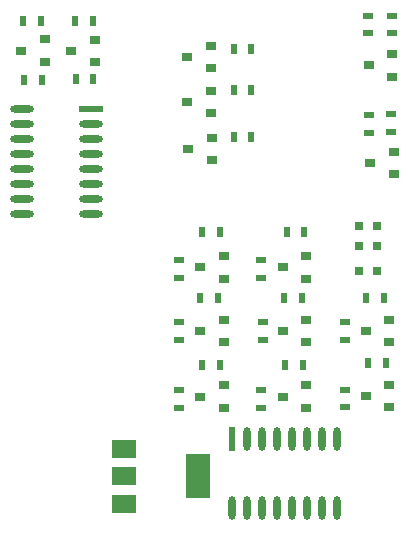
<source format=gbp>
%TF.GenerationSoftware,KiCad,Pcbnew,4.0.7*%
%TF.CreationDate,2017-11-16T17:02:15+08:00*%
%TF.ProjectId,finalRoundNixie,66696E616C526F756E644E697869652E,rev?*%
%TF.FileFunction,Paste,Bot*%
%FSLAX46Y46*%
G04 Gerber Fmt 4.6, Leading zero omitted, Abs format (unit mm)*
G04 Created by KiCad (PCBNEW 4.0.7) date 11/16/17 17:02:15*
%MOMM*%
%LPD*%
G01*
G04 APERTURE LIST*
%ADD10C,0.100000*%
%ADD11R,2.000000X3.800000*%
%ADD12R,2.000000X1.500000*%
%ADD13R,0.800000X0.750000*%
%ADD14R,0.900000X0.500000*%
%ADD15R,0.900000X0.800000*%
%ADD16R,2.000000X0.600000*%
%ADD17O,2.000000X0.600000*%
%ADD18R,0.600000X2.000000*%
%ADD19O,0.600000X2.000000*%
%ADD20R,0.500000X0.900000*%
G04 APERTURE END LIST*
D10*
D11*
X16600000Y-51700000D03*
D12*
X10300000Y-51700000D03*
X10300000Y-49400000D03*
X10300000Y-54000000D03*
D13*
X31750000Y-32200000D03*
X30250000Y-32200000D03*
D14*
X33000000Y-12700000D03*
X33000000Y-14200000D03*
X31000000Y-14200000D03*
X31000000Y-12700000D03*
D15*
X33050000Y-15950000D03*
X33050000Y-17850000D03*
X31050000Y-16900000D03*
D16*
X7500000Y-20580000D03*
D17*
X7500000Y-21850000D03*
X7500000Y-23120000D03*
X7500000Y-24390000D03*
X7500000Y-25660000D03*
X7500000Y-26930000D03*
X7500000Y-28200000D03*
X1650000Y-28200000D03*
X1650000Y-26930000D03*
X1650000Y-25660000D03*
X1650000Y-24390000D03*
X1650000Y-23120000D03*
X1650000Y-21850000D03*
X1650000Y-20580000D03*
X7500000Y-29470000D03*
X1650000Y-29470000D03*
D18*
X19490000Y-48570000D03*
D19*
X20760000Y-48570000D03*
X22030000Y-48570000D03*
X23300000Y-48570000D03*
X24570000Y-48570000D03*
X25840000Y-48570000D03*
X27110000Y-48570000D03*
X27110000Y-54420000D03*
X25840000Y-54420000D03*
X24570000Y-54420000D03*
X23300000Y-54420000D03*
X22030000Y-54420000D03*
X20760000Y-54420000D03*
X19490000Y-54420000D03*
X28380000Y-48570000D03*
X28380000Y-54420000D03*
D14*
X32950000Y-21050000D03*
X32950000Y-22550000D03*
X31050000Y-22600000D03*
X31050000Y-21100000D03*
D20*
X23900000Y-36625000D03*
X25400000Y-36625000D03*
X30800000Y-36625000D03*
X32300000Y-36625000D03*
X23950000Y-42275000D03*
X25450000Y-42275000D03*
X16950000Y-31000000D03*
X18450000Y-31000000D03*
X31000000Y-42125000D03*
X32500000Y-42125000D03*
X16750000Y-36625000D03*
X18250000Y-36625000D03*
X16950000Y-42250000D03*
X18450000Y-42250000D03*
X1800000Y-13150000D03*
X3300000Y-13150000D03*
X24100000Y-31000000D03*
X25600000Y-31000000D03*
X7675000Y-13175000D03*
X6175000Y-13175000D03*
X21100000Y-15500000D03*
X19600000Y-15500000D03*
X21100000Y-18950000D03*
X19600000Y-18950000D03*
X21100000Y-23000000D03*
X19600000Y-23000000D03*
D14*
X29000000Y-38625000D03*
X29000000Y-40125000D03*
X14950000Y-33400000D03*
X14950000Y-34900000D03*
X14950000Y-38625000D03*
X14950000Y-40125000D03*
X14950000Y-44425000D03*
X14950000Y-45925000D03*
X21950000Y-33400000D03*
X21950000Y-34900000D03*
X22100000Y-38625000D03*
X22100000Y-40125000D03*
X21950000Y-44425000D03*
X21950000Y-45925000D03*
X29000000Y-44350000D03*
X29000000Y-45850000D03*
D20*
X3350000Y-18150000D03*
X1850000Y-18150000D03*
X7725000Y-18075000D03*
X6225000Y-18075000D03*
D15*
X33150000Y-24200000D03*
X33150000Y-26100000D03*
X31150000Y-25150000D03*
X17650000Y-15250000D03*
X17650000Y-17150000D03*
X15650000Y-16200000D03*
X17650000Y-19050000D03*
X17650000Y-20950000D03*
X15650000Y-20000000D03*
X17750000Y-23050000D03*
X17750000Y-24950000D03*
X15750000Y-24000000D03*
X25750000Y-38425000D03*
X25750000Y-40325000D03*
X23750000Y-39375000D03*
X32800000Y-38425000D03*
X32800000Y-40325000D03*
X30800000Y-39375000D03*
X25750000Y-44000000D03*
X25750000Y-45900000D03*
X23750000Y-44950000D03*
X18750000Y-33050000D03*
X18750000Y-34950000D03*
X16750000Y-34000000D03*
X32800000Y-43925000D03*
X32800000Y-45825000D03*
X30800000Y-44875000D03*
X18750000Y-38425000D03*
X18750000Y-40325000D03*
X16750000Y-39375000D03*
X18750000Y-44000000D03*
X18750000Y-45900000D03*
X16750000Y-44950000D03*
X25750000Y-33050000D03*
X25750000Y-34950000D03*
X23750000Y-34000000D03*
X7875000Y-14725000D03*
X7875000Y-16625000D03*
X5875000Y-15675000D03*
D13*
X30250000Y-34350000D03*
X31750000Y-34350000D03*
D15*
X3600000Y-14700000D03*
X3600000Y-16600000D03*
X1600000Y-15650000D03*
D13*
X31750000Y-30500000D03*
X30250000Y-30500000D03*
M02*

</source>
